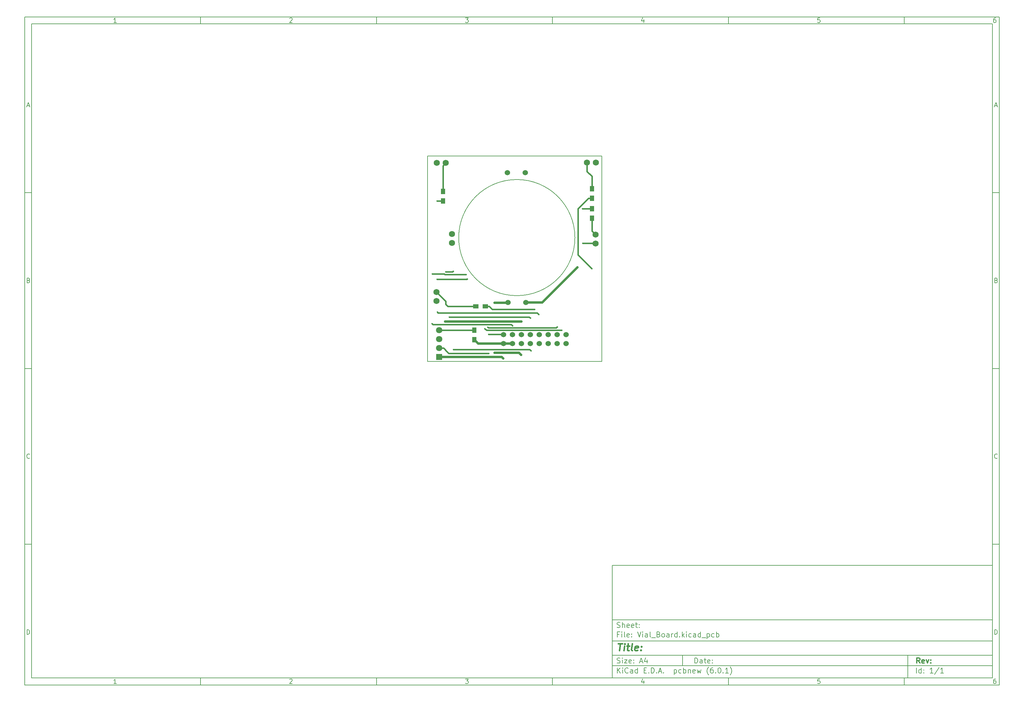
<source format=gbr>
%TF.GenerationSoftware,KiCad,Pcbnew,(6.0.1)*%
%TF.CreationDate,2022-03-10T11:24:42-03:00*%
%TF.ProjectId,Vial_Board,5669616c-5f42-46f6-9172-642e6b696361,rev?*%
%TF.SameCoordinates,Original*%
%TF.FileFunction,Copper,L1,Top*%
%TF.FilePolarity,Positive*%
%FSLAX46Y46*%
G04 Gerber Fmt 4.6, Leading zero omitted, Abs format (unit mm)*
G04 Created by KiCad (PCBNEW (6.0.1)) date 2022-03-10 11:24:42*
%MOMM*%
%LPD*%
G01*
G04 APERTURE LIST*
%ADD10C,0.100000*%
%ADD11C,0.150000*%
%ADD12C,0.300000*%
%ADD13C,0.400000*%
%TA.AperFunction,Profile*%
%ADD14C,0.150000*%
%TD*%
%TA.AperFunction,ComponentPad*%
%ADD15C,1.524000*%
%TD*%
%TA.AperFunction,ComponentPad*%
%ADD16C,1.750000*%
%TD*%
%TA.AperFunction,ComponentPad*%
%ADD17R,1.800000X1.800000*%
%TD*%
%TA.AperFunction,ComponentPad*%
%ADD18C,1.800000*%
%TD*%
%TA.AperFunction,SMDPad,CuDef*%
%ADD19R,1.300000X1.500000*%
%TD*%
%TA.AperFunction,SMDPad,CuDef*%
%ADD20R,1.500000X1.300000*%
%TD*%
%TA.AperFunction,ViaPad*%
%ADD21C,0.406400*%
%TD*%
%TA.AperFunction,ViaPad*%
%ADD22C,0.635000*%
%TD*%
%TA.AperFunction,Conductor*%
%ADD23C,0.381000*%
%TD*%
%TA.AperFunction,Conductor*%
%ADD24C,0.635000*%
%TD*%
G04 APERTURE END LIST*
D10*
D11*
X177002200Y-166007200D02*
X177002200Y-198007200D01*
X285002200Y-198007200D01*
X285002200Y-166007200D01*
X177002200Y-166007200D01*
D10*
D11*
X10000000Y-10000000D02*
X10000000Y-200007200D01*
X287002200Y-200007200D01*
X287002200Y-10000000D01*
X10000000Y-10000000D01*
D10*
D11*
X12000000Y-12000000D02*
X12000000Y-198007200D01*
X285002200Y-198007200D01*
X285002200Y-12000000D01*
X12000000Y-12000000D01*
D10*
D11*
X60000000Y-12000000D02*
X60000000Y-10000000D01*
D10*
D11*
X110000000Y-12000000D02*
X110000000Y-10000000D01*
D10*
D11*
X160000000Y-12000000D02*
X160000000Y-10000000D01*
D10*
D11*
X210000000Y-12000000D02*
X210000000Y-10000000D01*
D10*
D11*
X260000000Y-12000000D02*
X260000000Y-10000000D01*
D10*
D11*
X36065476Y-11588095D02*
X35322619Y-11588095D01*
X35694047Y-11588095D02*
X35694047Y-10288095D01*
X35570238Y-10473809D01*
X35446428Y-10597619D01*
X35322619Y-10659523D01*
D10*
D11*
X85322619Y-10411904D02*
X85384523Y-10350000D01*
X85508333Y-10288095D01*
X85817857Y-10288095D01*
X85941666Y-10350000D01*
X86003571Y-10411904D01*
X86065476Y-10535714D01*
X86065476Y-10659523D01*
X86003571Y-10845238D01*
X85260714Y-11588095D01*
X86065476Y-11588095D01*
D10*
D11*
X135260714Y-10288095D02*
X136065476Y-10288095D01*
X135632142Y-10783333D01*
X135817857Y-10783333D01*
X135941666Y-10845238D01*
X136003571Y-10907142D01*
X136065476Y-11030952D01*
X136065476Y-11340476D01*
X136003571Y-11464285D01*
X135941666Y-11526190D01*
X135817857Y-11588095D01*
X135446428Y-11588095D01*
X135322619Y-11526190D01*
X135260714Y-11464285D01*
D10*
D11*
X185941666Y-10721428D02*
X185941666Y-11588095D01*
X185632142Y-10226190D02*
X185322619Y-11154761D01*
X186127380Y-11154761D01*
D10*
D11*
X236003571Y-10288095D02*
X235384523Y-10288095D01*
X235322619Y-10907142D01*
X235384523Y-10845238D01*
X235508333Y-10783333D01*
X235817857Y-10783333D01*
X235941666Y-10845238D01*
X236003571Y-10907142D01*
X236065476Y-11030952D01*
X236065476Y-11340476D01*
X236003571Y-11464285D01*
X235941666Y-11526190D01*
X235817857Y-11588095D01*
X235508333Y-11588095D01*
X235384523Y-11526190D01*
X235322619Y-11464285D01*
D10*
D11*
X285941666Y-10288095D02*
X285694047Y-10288095D01*
X285570238Y-10350000D01*
X285508333Y-10411904D01*
X285384523Y-10597619D01*
X285322619Y-10845238D01*
X285322619Y-11340476D01*
X285384523Y-11464285D01*
X285446428Y-11526190D01*
X285570238Y-11588095D01*
X285817857Y-11588095D01*
X285941666Y-11526190D01*
X286003571Y-11464285D01*
X286065476Y-11340476D01*
X286065476Y-11030952D01*
X286003571Y-10907142D01*
X285941666Y-10845238D01*
X285817857Y-10783333D01*
X285570238Y-10783333D01*
X285446428Y-10845238D01*
X285384523Y-10907142D01*
X285322619Y-11030952D01*
D10*
D11*
X60000000Y-198007200D02*
X60000000Y-200007200D01*
D10*
D11*
X110000000Y-198007200D02*
X110000000Y-200007200D01*
D10*
D11*
X160000000Y-198007200D02*
X160000000Y-200007200D01*
D10*
D11*
X210000000Y-198007200D02*
X210000000Y-200007200D01*
D10*
D11*
X260000000Y-198007200D02*
X260000000Y-200007200D01*
D10*
D11*
X36065476Y-199595295D02*
X35322619Y-199595295D01*
X35694047Y-199595295D02*
X35694047Y-198295295D01*
X35570238Y-198481009D01*
X35446428Y-198604819D01*
X35322619Y-198666723D01*
D10*
D11*
X85322619Y-198419104D02*
X85384523Y-198357200D01*
X85508333Y-198295295D01*
X85817857Y-198295295D01*
X85941666Y-198357200D01*
X86003571Y-198419104D01*
X86065476Y-198542914D01*
X86065476Y-198666723D01*
X86003571Y-198852438D01*
X85260714Y-199595295D01*
X86065476Y-199595295D01*
D10*
D11*
X135260714Y-198295295D02*
X136065476Y-198295295D01*
X135632142Y-198790533D01*
X135817857Y-198790533D01*
X135941666Y-198852438D01*
X136003571Y-198914342D01*
X136065476Y-199038152D01*
X136065476Y-199347676D01*
X136003571Y-199471485D01*
X135941666Y-199533390D01*
X135817857Y-199595295D01*
X135446428Y-199595295D01*
X135322619Y-199533390D01*
X135260714Y-199471485D01*
D10*
D11*
X185941666Y-198728628D02*
X185941666Y-199595295D01*
X185632142Y-198233390D02*
X185322619Y-199161961D01*
X186127380Y-199161961D01*
D10*
D11*
X236003571Y-198295295D02*
X235384523Y-198295295D01*
X235322619Y-198914342D01*
X235384523Y-198852438D01*
X235508333Y-198790533D01*
X235817857Y-198790533D01*
X235941666Y-198852438D01*
X236003571Y-198914342D01*
X236065476Y-199038152D01*
X236065476Y-199347676D01*
X236003571Y-199471485D01*
X235941666Y-199533390D01*
X235817857Y-199595295D01*
X235508333Y-199595295D01*
X235384523Y-199533390D01*
X235322619Y-199471485D01*
D10*
D11*
X285941666Y-198295295D02*
X285694047Y-198295295D01*
X285570238Y-198357200D01*
X285508333Y-198419104D01*
X285384523Y-198604819D01*
X285322619Y-198852438D01*
X285322619Y-199347676D01*
X285384523Y-199471485D01*
X285446428Y-199533390D01*
X285570238Y-199595295D01*
X285817857Y-199595295D01*
X285941666Y-199533390D01*
X286003571Y-199471485D01*
X286065476Y-199347676D01*
X286065476Y-199038152D01*
X286003571Y-198914342D01*
X285941666Y-198852438D01*
X285817857Y-198790533D01*
X285570238Y-198790533D01*
X285446428Y-198852438D01*
X285384523Y-198914342D01*
X285322619Y-199038152D01*
D10*
D11*
X10000000Y-60000000D02*
X12000000Y-60000000D01*
D10*
D11*
X10000000Y-110000000D02*
X12000000Y-110000000D01*
D10*
D11*
X10000000Y-160000000D02*
X12000000Y-160000000D01*
D10*
D11*
X10690476Y-35216666D02*
X11309523Y-35216666D01*
X10566666Y-35588095D02*
X11000000Y-34288095D01*
X11433333Y-35588095D01*
D10*
D11*
X11092857Y-84907142D02*
X11278571Y-84969047D01*
X11340476Y-85030952D01*
X11402380Y-85154761D01*
X11402380Y-85340476D01*
X11340476Y-85464285D01*
X11278571Y-85526190D01*
X11154761Y-85588095D01*
X10659523Y-85588095D01*
X10659523Y-84288095D01*
X11092857Y-84288095D01*
X11216666Y-84350000D01*
X11278571Y-84411904D01*
X11340476Y-84535714D01*
X11340476Y-84659523D01*
X11278571Y-84783333D01*
X11216666Y-84845238D01*
X11092857Y-84907142D01*
X10659523Y-84907142D01*
D10*
D11*
X11402380Y-135464285D02*
X11340476Y-135526190D01*
X11154761Y-135588095D01*
X11030952Y-135588095D01*
X10845238Y-135526190D01*
X10721428Y-135402380D01*
X10659523Y-135278571D01*
X10597619Y-135030952D01*
X10597619Y-134845238D01*
X10659523Y-134597619D01*
X10721428Y-134473809D01*
X10845238Y-134350000D01*
X11030952Y-134288095D01*
X11154761Y-134288095D01*
X11340476Y-134350000D01*
X11402380Y-134411904D01*
D10*
D11*
X10659523Y-185588095D02*
X10659523Y-184288095D01*
X10969047Y-184288095D01*
X11154761Y-184350000D01*
X11278571Y-184473809D01*
X11340476Y-184597619D01*
X11402380Y-184845238D01*
X11402380Y-185030952D01*
X11340476Y-185278571D01*
X11278571Y-185402380D01*
X11154761Y-185526190D01*
X10969047Y-185588095D01*
X10659523Y-185588095D01*
D10*
D11*
X287002200Y-60000000D02*
X285002200Y-60000000D01*
D10*
D11*
X287002200Y-110000000D02*
X285002200Y-110000000D01*
D10*
D11*
X287002200Y-160000000D02*
X285002200Y-160000000D01*
D10*
D11*
X285692676Y-35216666D02*
X286311723Y-35216666D01*
X285568866Y-35588095D02*
X286002200Y-34288095D01*
X286435533Y-35588095D01*
D10*
D11*
X286095057Y-84907142D02*
X286280771Y-84969047D01*
X286342676Y-85030952D01*
X286404580Y-85154761D01*
X286404580Y-85340476D01*
X286342676Y-85464285D01*
X286280771Y-85526190D01*
X286156961Y-85588095D01*
X285661723Y-85588095D01*
X285661723Y-84288095D01*
X286095057Y-84288095D01*
X286218866Y-84350000D01*
X286280771Y-84411904D01*
X286342676Y-84535714D01*
X286342676Y-84659523D01*
X286280771Y-84783333D01*
X286218866Y-84845238D01*
X286095057Y-84907142D01*
X285661723Y-84907142D01*
D10*
D11*
X286404580Y-135464285D02*
X286342676Y-135526190D01*
X286156961Y-135588095D01*
X286033152Y-135588095D01*
X285847438Y-135526190D01*
X285723628Y-135402380D01*
X285661723Y-135278571D01*
X285599819Y-135030952D01*
X285599819Y-134845238D01*
X285661723Y-134597619D01*
X285723628Y-134473809D01*
X285847438Y-134350000D01*
X286033152Y-134288095D01*
X286156961Y-134288095D01*
X286342676Y-134350000D01*
X286404580Y-134411904D01*
D10*
D11*
X285661723Y-185588095D02*
X285661723Y-184288095D01*
X285971247Y-184288095D01*
X286156961Y-184350000D01*
X286280771Y-184473809D01*
X286342676Y-184597619D01*
X286404580Y-184845238D01*
X286404580Y-185030952D01*
X286342676Y-185278571D01*
X286280771Y-185402380D01*
X286156961Y-185526190D01*
X285971247Y-185588095D01*
X285661723Y-185588095D01*
D10*
D11*
X200434342Y-193785771D02*
X200434342Y-192285771D01*
X200791485Y-192285771D01*
X201005771Y-192357200D01*
X201148628Y-192500057D01*
X201220057Y-192642914D01*
X201291485Y-192928628D01*
X201291485Y-193142914D01*
X201220057Y-193428628D01*
X201148628Y-193571485D01*
X201005771Y-193714342D01*
X200791485Y-193785771D01*
X200434342Y-193785771D01*
X202577200Y-193785771D02*
X202577200Y-193000057D01*
X202505771Y-192857200D01*
X202362914Y-192785771D01*
X202077200Y-192785771D01*
X201934342Y-192857200D01*
X202577200Y-193714342D02*
X202434342Y-193785771D01*
X202077200Y-193785771D01*
X201934342Y-193714342D01*
X201862914Y-193571485D01*
X201862914Y-193428628D01*
X201934342Y-193285771D01*
X202077200Y-193214342D01*
X202434342Y-193214342D01*
X202577200Y-193142914D01*
X203077200Y-192785771D02*
X203648628Y-192785771D01*
X203291485Y-192285771D02*
X203291485Y-193571485D01*
X203362914Y-193714342D01*
X203505771Y-193785771D01*
X203648628Y-193785771D01*
X204720057Y-193714342D02*
X204577200Y-193785771D01*
X204291485Y-193785771D01*
X204148628Y-193714342D01*
X204077200Y-193571485D01*
X204077200Y-193000057D01*
X204148628Y-192857200D01*
X204291485Y-192785771D01*
X204577200Y-192785771D01*
X204720057Y-192857200D01*
X204791485Y-193000057D01*
X204791485Y-193142914D01*
X204077200Y-193285771D01*
X205434342Y-193642914D02*
X205505771Y-193714342D01*
X205434342Y-193785771D01*
X205362914Y-193714342D01*
X205434342Y-193642914D01*
X205434342Y-193785771D01*
X205434342Y-192857200D02*
X205505771Y-192928628D01*
X205434342Y-193000057D01*
X205362914Y-192928628D01*
X205434342Y-192857200D01*
X205434342Y-193000057D01*
D10*
D11*
X177002200Y-194507200D02*
X285002200Y-194507200D01*
D10*
D11*
X178434342Y-196585771D02*
X178434342Y-195085771D01*
X179291485Y-196585771D02*
X178648628Y-195728628D01*
X179291485Y-195085771D02*
X178434342Y-195942914D01*
X179934342Y-196585771D02*
X179934342Y-195585771D01*
X179934342Y-195085771D02*
X179862914Y-195157200D01*
X179934342Y-195228628D01*
X180005771Y-195157200D01*
X179934342Y-195085771D01*
X179934342Y-195228628D01*
X181505771Y-196442914D02*
X181434342Y-196514342D01*
X181220057Y-196585771D01*
X181077200Y-196585771D01*
X180862914Y-196514342D01*
X180720057Y-196371485D01*
X180648628Y-196228628D01*
X180577200Y-195942914D01*
X180577200Y-195728628D01*
X180648628Y-195442914D01*
X180720057Y-195300057D01*
X180862914Y-195157200D01*
X181077200Y-195085771D01*
X181220057Y-195085771D01*
X181434342Y-195157200D01*
X181505771Y-195228628D01*
X182791485Y-196585771D02*
X182791485Y-195800057D01*
X182720057Y-195657200D01*
X182577200Y-195585771D01*
X182291485Y-195585771D01*
X182148628Y-195657200D01*
X182791485Y-196514342D02*
X182648628Y-196585771D01*
X182291485Y-196585771D01*
X182148628Y-196514342D01*
X182077200Y-196371485D01*
X182077200Y-196228628D01*
X182148628Y-196085771D01*
X182291485Y-196014342D01*
X182648628Y-196014342D01*
X182791485Y-195942914D01*
X184148628Y-196585771D02*
X184148628Y-195085771D01*
X184148628Y-196514342D02*
X184005771Y-196585771D01*
X183720057Y-196585771D01*
X183577200Y-196514342D01*
X183505771Y-196442914D01*
X183434342Y-196300057D01*
X183434342Y-195871485D01*
X183505771Y-195728628D01*
X183577200Y-195657200D01*
X183720057Y-195585771D01*
X184005771Y-195585771D01*
X184148628Y-195657200D01*
X186005771Y-195800057D02*
X186505771Y-195800057D01*
X186720057Y-196585771D02*
X186005771Y-196585771D01*
X186005771Y-195085771D01*
X186720057Y-195085771D01*
X187362914Y-196442914D02*
X187434342Y-196514342D01*
X187362914Y-196585771D01*
X187291485Y-196514342D01*
X187362914Y-196442914D01*
X187362914Y-196585771D01*
X188077200Y-196585771D02*
X188077200Y-195085771D01*
X188434342Y-195085771D01*
X188648628Y-195157200D01*
X188791485Y-195300057D01*
X188862914Y-195442914D01*
X188934342Y-195728628D01*
X188934342Y-195942914D01*
X188862914Y-196228628D01*
X188791485Y-196371485D01*
X188648628Y-196514342D01*
X188434342Y-196585771D01*
X188077200Y-196585771D01*
X189577200Y-196442914D02*
X189648628Y-196514342D01*
X189577200Y-196585771D01*
X189505771Y-196514342D01*
X189577200Y-196442914D01*
X189577200Y-196585771D01*
X190220057Y-196157200D02*
X190934342Y-196157200D01*
X190077200Y-196585771D02*
X190577200Y-195085771D01*
X191077200Y-196585771D01*
X191577200Y-196442914D02*
X191648628Y-196514342D01*
X191577200Y-196585771D01*
X191505771Y-196514342D01*
X191577200Y-196442914D01*
X191577200Y-196585771D01*
X194577200Y-195585771D02*
X194577200Y-197085771D01*
X194577200Y-195657200D02*
X194720057Y-195585771D01*
X195005771Y-195585771D01*
X195148628Y-195657200D01*
X195220057Y-195728628D01*
X195291485Y-195871485D01*
X195291485Y-196300057D01*
X195220057Y-196442914D01*
X195148628Y-196514342D01*
X195005771Y-196585771D01*
X194720057Y-196585771D01*
X194577200Y-196514342D01*
X196577200Y-196514342D02*
X196434342Y-196585771D01*
X196148628Y-196585771D01*
X196005771Y-196514342D01*
X195934342Y-196442914D01*
X195862914Y-196300057D01*
X195862914Y-195871485D01*
X195934342Y-195728628D01*
X196005771Y-195657200D01*
X196148628Y-195585771D01*
X196434342Y-195585771D01*
X196577200Y-195657200D01*
X197220057Y-196585771D02*
X197220057Y-195085771D01*
X197220057Y-195657200D02*
X197362914Y-195585771D01*
X197648628Y-195585771D01*
X197791485Y-195657200D01*
X197862914Y-195728628D01*
X197934342Y-195871485D01*
X197934342Y-196300057D01*
X197862914Y-196442914D01*
X197791485Y-196514342D01*
X197648628Y-196585771D01*
X197362914Y-196585771D01*
X197220057Y-196514342D01*
X198577200Y-195585771D02*
X198577200Y-196585771D01*
X198577200Y-195728628D02*
X198648628Y-195657200D01*
X198791485Y-195585771D01*
X199005771Y-195585771D01*
X199148628Y-195657200D01*
X199220057Y-195800057D01*
X199220057Y-196585771D01*
X200505771Y-196514342D02*
X200362914Y-196585771D01*
X200077200Y-196585771D01*
X199934342Y-196514342D01*
X199862914Y-196371485D01*
X199862914Y-195800057D01*
X199934342Y-195657200D01*
X200077200Y-195585771D01*
X200362914Y-195585771D01*
X200505771Y-195657200D01*
X200577200Y-195800057D01*
X200577200Y-195942914D01*
X199862914Y-196085771D01*
X201077200Y-195585771D02*
X201362914Y-196585771D01*
X201648628Y-195871485D01*
X201934342Y-196585771D01*
X202220057Y-195585771D01*
X204362914Y-197157200D02*
X204291485Y-197085771D01*
X204148628Y-196871485D01*
X204077200Y-196728628D01*
X204005771Y-196514342D01*
X203934342Y-196157200D01*
X203934342Y-195871485D01*
X204005771Y-195514342D01*
X204077200Y-195300057D01*
X204148628Y-195157200D01*
X204291485Y-194942914D01*
X204362914Y-194871485D01*
X205577200Y-195085771D02*
X205291485Y-195085771D01*
X205148628Y-195157200D01*
X205077200Y-195228628D01*
X204934342Y-195442914D01*
X204862914Y-195728628D01*
X204862914Y-196300057D01*
X204934342Y-196442914D01*
X205005771Y-196514342D01*
X205148628Y-196585771D01*
X205434342Y-196585771D01*
X205577200Y-196514342D01*
X205648628Y-196442914D01*
X205720057Y-196300057D01*
X205720057Y-195942914D01*
X205648628Y-195800057D01*
X205577200Y-195728628D01*
X205434342Y-195657200D01*
X205148628Y-195657200D01*
X205005771Y-195728628D01*
X204934342Y-195800057D01*
X204862914Y-195942914D01*
X206362914Y-196442914D02*
X206434342Y-196514342D01*
X206362914Y-196585771D01*
X206291485Y-196514342D01*
X206362914Y-196442914D01*
X206362914Y-196585771D01*
X207362914Y-195085771D02*
X207505771Y-195085771D01*
X207648628Y-195157200D01*
X207720057Y-195228628D01*
X207791485Y-195371485D01*
X207862914Y-195657200D01*
X207862914Y-196014342D01*
X207791485Y-196300057D01*
X207720057Y-196442914D01*
X207648628Y-196514342D01*
X207505771Y-196585771D01*
X207362914Y-196585771D01*
X207220057Y-196514342D01*
X207148628Y-196442914D01*
X207077200Y-196300057D01*
X207005771Y-196014342D01*
X207005771Y-195657200D01*
X207077200Y-195371485D01*
X207148628Y-195228628D01*
X207220057Y-195157200D01*
X207362914Y-195085771D01*
X208505771Y-196442914D02*
X208577200Y-196514342D01*
X208505771Y-196585771D01*
X208434342Y-196514342D01*
X208505771Y-196442914D01*
X208505771Y-196585771D01*
X210005771Y-196585771D02*
X209148628Y-196585771D01*
X209577200Y-196585771D02*
X209577200Y-195085771D01*
X209434342Y-195300057D01*
X209291485Y-195442914D01*
X209148628Y-195514342D01*
X210505771Y-197157200D02*
X210577200Y-197085771D01*
X210720057Y-196871485D01*
X210791485Y-196728628D01*
X210862914Y-196514342D01*
X210934342Y-196157200D01*
X210934342Y-195871485D01*
X210862914Y-195514342D01*
X210791485Y-195300057D01*
X210720057Y-195157200D01*
X210577200Y-194942914D01*
X210505771Y-194871485D01*
D10*
D11*
X177002200Y-191507200D02*
X285002200Y-191507200D01*
D10*
D12*
X264411485Y-193785771D02*
X263911485Y-193071485D01*
X263554342Y-193785771D02*
X263554342Y-192285771D01*
X264125771Y-192285771D01*
X264268628Y-192357200D01*
X264340057Y-192428628D01*
X264411485Y-192571485D01*
X264411485Y-192785771D01*
X264340057Y-192928628D01*
X264268628Y-193000057D01*
X264125771Y-193071485D01*
X263554342Y-193071485D01*
X265625771Y-193714342D02*
X265482914Y-193785771D01*
X265197200Y-193785771D01*
X265054342Y-193714342D01*
X264982914Y-193571485D01*
X264982914Y-193000057D01*
X265054342Y-192857200D01*
X265197200Y-192785771D01*
X265482914Y-192785771D01*
X265625771Y-192857200D01*
X265697200Y-193000057D01*
X265697200Y-193142914D01*
X264982914Y-193285771D01*
X266197200Y-192785771D02*
X266554342Y-193785771D01*
X266911485Y-192785771D01*
X267482914Y-193642914D02*
X267554342Y-193714342D01*
X267482914Y-193785771D01*
X267411485Y-193714342D01*
X267482914Y-193642914D01*
X267482914Y-193785771D01*
X267482914Y-192857200D02*
X267554342Y-192928628D01*
X267482914Y-193000057D01*
X267411485Y-192928628D01*
X267482914Y-192857200D01*
X267482914Y-193000057D01*
D10*
D11*
X178362914Y-193714342D02*
X178577200Y-193785771D01*
X178934342Y-193785771D01*
X179077200Y-193714342D01*
X179148628Y-193642914D01*
X179220057Y-193500057D01*
X179220057Y-193357200D01*
X179148628Y-193214342D01*
X179077200Y-193142914D01*
X178934342Y-193071485D01*
X178648628Y-193000057D01*
X178505771Y-192928628D01*
X178434342Y-192857200D01*
X178362914Y-192714342D01*
X178362914Y-192571485D01*
X178434342Y-192428628D01*
X178505771Y-192357200D01*
X178648628Y-192285771D01*
X179005771Y-192285771D01*
X179220057Y-192357200D01*
X179862914Y-193785771D02*
X179862914Y-192785771D01*
X179862914Y-192285771D02*
X179791485Y-192357200D01*
X179862914Y-192428628D01*
X179934342Y-192357200D01*
X179862914Y-192285771D01*
X179862914Y-192428628D01*
X180434342Y-192785771D02*
X181220057Y-192785771D01*
X180434342Y-193785771D01*
X181220057Y-193785771D01*
X182362914Y-193714342D02*
X182220057Y-193785771D01*
X181934342Y-193785771D01*
X181791485Y-193714342D01*
X181720057Y-193571485D01*
X181720057Y-193000057D01*
X181791485Y-192857200D01*
X181934342Y-192785771D01*
X182220057Y-192785771D01*
X182362914Y-192857200D01*
X182434342Y-193000057D01*
X182434342Y-193142914D01*
X181720057Y-193285771D01*
X183077200Y-193642914D02*
X183148628Y-193714342D01*
X183077200Y-193785771D01*
X183005771Y-193714342D01*
X183077200Y-193642914D01*
X183077200Y-193785771D01*
X183077200Y-192857200D02*
X183148628Y-192928628D01*
X183077200Y-193000057D01*
X183005771Y-192928628D01*
X183077200Y-192857200D01*
X183077200Y-193000057D01*
X184862914Y-193357200D02*
X185577200Y-193357200D01*
X184720057Y-193785771D02*
X185220057Y-192285771D01*
X185720057Y-193785771D01*
X186862914Y-192785771D02*
X186862914Y-193785771D01*
X186505771Y-192214342D02*
X186148628Y-193285771D01*
X187077200Y-193285771D01*
D10*
D11*
X263434342Y-196585771D02*
X263434342Y-195085771D01*
X264791485Y-196585771D02*
X264791485Y-195085771D01*
X264791485Y-196514342D02*
X264648628Y-196585771D01*
X264362914Y-196585771D01*
X264220057Y-196514342D01*
X264148628Y-196442914D01*
X264077200Y-196300057D01*
X264077200Y-195871485D01*
X264148628Y-195728628D01*
X264220057Y-195657200D01*
X264362914Y-195585771D01*
X264648628Y-195585771D01*
X264791485Y-195657200D01*
X265505771Y-196442914D02*
X265577200Y-196514342D01*
X265505771Y-196585771D01*
X265434342Y-196514342D01*
X265505771Y-196442914D01*
X265505771Y-196585771D01*
X265505771Y-195657200D02*
X265577200Y-195728628D01*
X265505771Y-195800057D01*
X265434342Y-195728628D01*
X265505771Y-195657200D01*
X265505771Y-195800057D01*
X268148628Y-196585771D02*
X267291485Y-196585771D01*
X267720057Y-196585771D02*
X267720057Y-195085771D01*
X267577200Y-195300057D01*
X267434342Y-195442914D01*
X267291485Y-195514342D01*
X269862914Y-195014342D02*
X268577200Y-196942914D01*
X271148628Y-196585771D02*
X270291485Y-196585771D01*
X270720057Y-196585771D02*
X270720057Y-195085771D01*
X270577200Y-195300057D01*
X270434342Y-195442914D01*
X270291485Y-195514342D01*
D10*
D11*
X177002200Y-187507200D02*
X285002200Y-187507200D01*
D10*
D13*
X178714580Y-188211961D02*
X179857438Y-188211961D01*
X179036009Y-190211961D02*
X179286009Y-188211961D01*
X180274104Y-190211961D02*
X180440771Y-188878628D01*
X180524104Y-188211961D02*
X180416961Y-188307200D01*
X180500295Y-188402438D01*
X180607438Y-188307200D01*
X180524104Y-188211961D01*
X180500295Y-188402438D01*
X181107438Y-188878628D02*
X181869342Y-188878628D01*
X181476485Y-188211961D02*
X181262200Y-189926247D01*
X181333628Y-190116723D01*
X181512200Y-190211961D01*
X181702676Y-190211961D01*
X182655057Y-190211961D02*
X182476485Y-190116723D01*
X182405057Y-189926247D01*
X182619342Y-188211961D01*
X184190771Y-190116723D02*
X183988390Y-190211961D01*
X183607438Y-190211961D01*
X183428866Y-190116723D01*
X183357438Y-189926247D01*
X183452676Y-189164342D01*
X183571723Y-188973866D01*
X183774104Y-188878628D01*
X184155057Y-188878628D01*
X184333628Y-188973866D01*
X184405057Y-189164342D01*
X184381247Y-189354819D01*
X183405057Y-189545295D01*
X185155057Y-190021485D02*
X185238390Y-190116723D01*
X185131247Y-190211961D01*
X185047914Y-190116723D01*
X185155057Y-190021485D01*
X185131247Y-190211961D01*
X185286009Y-188973866D02*
X185369342Y-189069104D01*
X185262200Y-189164342D01*
X185178866Y-189069104D01*
X185286009Y-188973866D01*
X185262200Y-189164342D01*
D10*
D11*
X178934342Y-185600057D02*
X178434342Y-185600057D01*
X178434342Y-186385771D02*
X178434342Y-184885771D01*
X179148628Y-184885771D01*
X179720057Y-186385771D02*
X179720057Y-185385771D01*
X179720057Y-184885771D02*
X179648628Y-184957200D01*
X179720057Y-185028628D01*
X179791485Y-184957200D01*
X179720057Y-184885771D01*
X179720057Y-185028628D01*
X180648628Y-186385771D02*
X180505771Y-186314342D01*
X180434342Y-186171485D01*
X180434342Y-184885771D01*
X181791485Y-186314342D02*
X181648628Y-186385771D01*
X181362914Y-186385771D01*
X181220057Y-186314342D01*
X181148628Y-186171485D01*
X181148628Y-185600057D01*
X181220057Y-185457200D01*
X181362914Y-185385771D01*
X181648628Y-185385771D01*
X181791485Y-185457200D01*
X181862914Y-185600057D01*
X181862914Y-185742914D01*
X181148628Y-185885771D01*
X182505771Y-186242914D02*
X182577200Y-186314342D01*
X182505771Y-186385771D01*
X182434342Y-186314342D01*
X182505771Y-186242914D01*
X182505771Y-186385771D01*
X182505771Y-185457200D02*
X182577200Y-185528628D01*
X182505771Y-185600057D01*
X182434342Y-185528628D01*
X182505771Y-185457200D01*
X182505771Y-185600057D01*
X184148628Y-184885771D02*
X184648628Y-186385771D01*
X185148628Y-184885771D01*
X185648628Y-186385771D02*
X185648628Y-185385771D01*
X185648628Y-184885771D02*
X185577200Y-184957200D01*
X185648628Y-185028628D01*
X185720057Y-184957200D01*
X185648628Y-184885771D01*
X185648628Y-185028628D01*
X187005771Y-186385771D02*
X187005771Y-185600057D01*
X186934342Y-185457200D01*
X186791485Y-185385771D01*
X186505771Y-185385771D01*
X186362914Y-185457200D01*
X187005771Y-186314342D02*
X186862914Y-186385771D01*
X186505771Y-186385771D01*
X186362914Y-186314342D01*
X186291485Y-186171485D01*
X186291485Y-186028628D01*
X186362914Y-185885771D01*
X186505771Y-185814342D01*
X186862914Y-185814342D01*
X187005771Y-185742914D01*
X187934342Y-186385771D02*
X187791485Y-186314342D01*
X187720057Y-186171485D01*
X187720057Y-184885771D01*
X188148628Y-186528628D02*
X189291485Y-186528628D01*
X190148628Y-185600057D02*
X190362914Y-185671485D01*
X190434342Y-185742914D01*
X190505771Y-185885771D01*
X190505771Y-186100057D01*
X190434342Y-186242914D01*
X190362914Y-186314342D01*
X190220057Y-186385771D01*
X189648628Y-186385771D01*
X189648628Y-184885771D01*
X190148628Y-184885771D01*
X190291485Y-184957200D01*
X190362914Y-185028628D01*
X190434342Y-185171485D01*
X190434342Y-185314342D01*
X190362914Y-185457200D01*
X190291485Y-185528628D01*
X190148628Y-185600057D01*
X189648628Y-185600057D01*
X191362914Y-186385771D02*
X191220057Y-186314342D01*
X191148628Y-186242914D01*
X191077200Y-186100057D01*
X191077200Y-185671485D01*
X191148628Y-185528628D01*
X191220057Y-185457200D01*
X191362914Y-185385771D01*
X191577200Y-185385771D01*
X191720057Y-185457200D01*
X191791485Y-185528628D01*
X191862914Y-185671485D01*
X191862914Y-186100057D01*
X191791485Y-186242914D01*
X191720057Y-186314342D01*
X191577200Y-186385771D01*
X191362914Y-186385771D01*
X193148628Y-186385771D02*
X193148628Y-185600057D01*
X193077200Y-185457200D01*
X192934342Y-185385771D01*
X192648628Y-185385771D01*
X192505771Y-185457200D01*
X193148628Y-186314342D02*
X193005771Y-186385771D01*
X192648628Y-186385771D01*
X192505771Y-186314342D01*
X192434342Y-186171485D01*
X192434342Y-186028628D01*
X192505771Y-185885771D01*
X192648628Y-185814342D01*
X193005771Y-185814342D01*
X193148628Y-185742914D01*
X193862914Y-186385771D02*
X193862914Y-185385771D01*
X193862914Y-185671485D02*
X193934342Y-185528628D01*
X194005771Y-185457200D01*
X194148628Y-185385771D01*
X194291485Y-185385771D01*
X195434342Y-186385771D02*
X195434342Y-184885771D01*
X195434342Y-186314342D02*
X195291485Y-186385771D01*
X195005771Y-186385771D01*
X194862914Y-186314342D01*
X194791485Y-186242914D01*
X194720057Y-186100057D01*
X194720057Y-185671485D01*
X194791485Y-185528628D01*
X194862914Y-185457200D01*
X195005771Y-185385771D01*
X195291485Y-185385771D01*
X195434342Y-185457200D01*
X196148628Y-186242914D02*
X196220057Y-186314342D01*
X196148628Y-186385771D01*
X196077200Y-186314342D01*
X196148628Y-186242914D01*
X196148628Y-186385771D01*
X196862914Y-186385771D02*
X196862914Y-184885771D01*
X197005771Y-185814342D02*
X197434342Y-186385771D01*
X197434342Y-185385771D02*
X196862914Y-185957200D01*
X198077200Y-186385771D02*
X198077200Y-185385771D01*
X198077200Y-184885771D02*
X198005771Y-184957200D01*
X198077200Y-185028628D01*
X198148628Y-184957200D01*
X198077200Y-184885771D01*
X198077200Y-185028628D01*
X199434342Y-186314342D02*
X199291485Y-186385771D01*
X199005771Y-186385771D01*
X198862914Y-186314342D01*
X198791485Y-186242914D01*
X198720057Y-186100057D01*
X198720057Y-185671485D01*
X198791485Y-185528628D01*
X198862914Y-185457200D01*
X199005771Y-185385771D01*
X199291485Y-185385771D01*
X199434342Y-185457200D01*
X200720057Y-186385771D02*
X200720057Y-185600057D01*
X200648628Y-185457200D01*
X200505771Y-185385771D01*
X200220057Y-185385771D01*
X200077200Y-185457200D01*
X200720057Y-186314342D02*
X200577200Y-186385771D01*
X200220057Y-186385771D01*
X200077200Y-186314342D01*
X200005771Y-186171485D01*
X200005771Y-186028628D01*
X200077200Y-185885771D01*
X200220057Y-185814342D01*
X200577200Y-185814342D01*
X200720057Y-185742914D01*
X202077200Y-186385771D02*
X202077200Y-184885771D01*
X202077200Y-186314342D02*
X201934342Y-186385771D01*
X201648628Y-186385771D01*
X201505771Y-186314342D01*
X201434342Y-186242914D01*
X201362914Y-186100057D01*
X201362914Y-185671485D01*
X201434342Y-185528628D01*
X201505771Y-185457200D01*
X201648628Y-185385771D01*
X201934342Y-185385771D01*
X202077200Y-185457200D01*
X202434342Y-186528628D02*
X203577200Y-186528628D01*
X203934342Y-185385771D02*
X203934342Y-186885771D01*
X203934342Y-185457200D02*
X204077200Y-185385771D01*
X204362914Y-185385771D01*
X204505771Y-185457200D01*
X204577200Y-185528628D01*
X204648628Y-185671485D01*
X204648628Y-186100057D01*
X204577200Y-186242914D01*
X204505771Y-186314342D01*
X204362914Y-186385771D01*
X204077200Y-186385771D01*
X203934342Y-186314342D01*
X205934342Y-186314342D02*
X205791485Y-186385771D01*
X205505771Y-186385771D01*
X205362914Y-186314342D01*
X205291485Y-186242914D01*
X205220057Y-186100057D01*
X205220057Y-185671485D01*
X205291485Y-185528628D01*
X205362914Y-185457200D01*
X205505771Y-185385771D01*
X205791485Y-185385771D01*
X205934342Y-185457200D01*
X206577200Y-186385771D02*
X206577200Y-184885771D01*
X206577200Y-185457200D02*
X206720057Y-185385771D01*
X207005771Y-185385771D01*
X207148628Y-185457200D01*
X207220057Y-185528628D01*
X207291485Y-185671485D01*
X207291485Y-186100057D01*
X207220057Y-186242914D01*
X207148628Y-186314342D01*
X207005771Y-186385771D01*
X206720057Y-186385771D01*
X206577200Y-186314342D01*
D10*
D11*
X177002200Y-181507200D02*
X285002200Y-181507200D01*
D10*
D11*
X178362914Y-183614342D02*
X178577200Y-183685771D01*
X178934342Y-183685771D01*
X179077200Y-183614342D01*
X179148628Y-183542914D01*
X179220057Y-183400057D01*
X179220057Y-183257200D01*
X179148628Y-183114342D01*
X179077200Y-183042914D01*
X178934342Y-182971485D01*
X178648628Y-182900057D01*
X178505771Y-182828628D01*
X178434342Y-182757200D01*
X178362914Y-182614342D01*
X178362914Y-182471485D01*
X178434342Y-182328628D01*
X178505771Y-182257200D01*
X178648628Y-182185771D01*
X179005771Y-182185771D01*
X179220057Y-182257200D01*
X179862914Y-183685771D02*
X179862914Y-182185771D01*
X180505771Y-183685771D02*
X180505771Y-182900057D01*
X180434342Y-182757200D01*
X180291485Y-182685771D01*
X180077200Y-182685771D01*
X179934342Y-182757200D01*
X179862914Y-182828628D01*
X181791485Y-183614342D02*
X181648628Y-183685771D01*
X181362914Y-183685771D01*
X181220057Y-183614342D01*
X181148628Y-183471485D01*
X181148628Y-182900057D01*
X181220057Y-182757200D01*
X181362914Y-182685771D01*
X181648628Y-182685771D01*
X181791485Y-182757200D01*
X181862914Y-182900057D01*
X181862914Y-183042914D01*
X181148628Y-183185771D01*
X183077200Y-183614342D02*
X182934342Y-183685771D01*
X182648628Y-183685771D01*
X182505771Y-183614342D01*
X182434342Y-183471485D01*
X182434342Y-182900057D01*
X182505771Y-182757200D01*
X182648628Y-182685771D01*
X182934342Y-182685771D01*
X183077200Y-182757200D01*
X183148628Y-182900057D01*
X183148628Y-183042914D01*
X182434342Y-183185771D01*
X183577200Y-182685771D02*
X184148628Y-182685771D01*
X183791485Y-182185771D02*
X183791485Y-183471485D01*
X183862914Y-183614342D01*
X184005771Y-183685771D01*
X184148628Y-183685771D01*
X184648628Y-183542914D02*
X184720057Y-183614342D01*
X184648628Y-183685771D01*
X184577200Y-183614342D01*
X184648628Y-183542914D01*
X184648628Y-183685771D01*
X184648628Y-182757200D02*
X184720057Y-182828628D01*
X184648628Y-182900057D01*
X184577200Y-182828628D01*
X184648628Y-182757200D01*
X184648628Y-182900057D01*
D10*
D12*
D10*
D11*
D10*
D11*
D10*
D11*
D10*
D11*
D10*
D11*
X197002200Y-191507200D02*
X197002200Y-194507200D01*
D10*
D11*
X261002200Y-191507200D02*
X261002200Y-198007200D01*
D14*
X166370000Y-72760840D02*
G75*
G03*
X166370000Y-72760840I-16510000J0D01*
G01*
X124460000Y-107950000D02*
X173990000Y-107950000D01*
X124460000Y-49530000D02*
X173990000Y-49530000D01*
X173990000Y-49530000D02*
X173990000Y-107950000D01*
X124460000Y-49530000D02*
X124460000Y-107950000D01*
D15*
%TO.P,P1,1*%
%TO.N,/SPB+*%
X163830000Y-100330000D03*
%TO.P,P1,3*%
%TO.N,/SPA+*%
X161290000Y-100330000D03*
%TO.P,P1,5*%
%TO.N,/PD+*%
X158750000Y-100330000D03*
%TO.P,P1,7*%
%TO.N,/LED+*%
X156210000Y-100330000D03*
%TO.P,P1,9*%
%TO.N,/TS+*%
X153670000Y-100330000D03*
%TO.P,P1,11*%
%TO.N,/HTR+*%
X151130000Y-100330000D03*
%TO.P,P1,13*%
%TO.N,/FS+*%
X148590000Y-100330000D03*
%TO.P,P1,2*%
%TO.N,/SPB-*%
X163830000Y-102870000D03*
%TO.P,P1,4*%
%TO.N,/SPA-*%
X161290000Y-102870000D03*
%TO.P,P1,6*%
%TO.N,/PD-*%
X158750000Y-102870000D03*
%TO.P,P1,8*%
%TO.N,/LED-*%
X156210000Y-102870000D03*
%TO.P,P1,10*%
%TO.N,/TS-*%
X153670000Y-102870000D03*
%TO.P,P1,12*%
%TO.N,/HTR-*%
X151130000Y-102870000D03*
%TO.P,P1,14*%
%TO.N,/FAN-*%
X148590000Y-102870000D03*
%TO.P,P1,16*%
X146050000Y-102870000D03*
%TO.P,P1,15*%
%TO.N,/FAN+*%
X146050000Y-100330000D03*
%TD*%
%TO.P,R5,1*%
%TO.N,/HTR+*%
X147211438Y-54322650D03*
%TO.P,R5,2*%
%TO.N,Net-(R5-Pad2)*%
X152291438Y-54322650D03*
%TD*%
%TO.P,R6,1*%
%TO.N,Net-(R5-Pad2)*%
X152420676Y-91193620D03*
%TO.P,R6,2*%
%TO.N,/HTR-*%
X147340676Y-91193620D03*
%TD*%
D16*
%TO.P,P9,1*%
%TO.N,/SPA+*%
X127110000Y-51535000D03*
%TO.P,P9,2*%
%TO.N,Net-(P9-Pad2)*%
X129650000Y-51535000D03*
%TD*%
%TO.P,P8,1*%
%TO.N,/SPB+*%
X172350000Y-51420000D03*
%TO.P,P8,2*%
%TO.N,Net-(P8-Pad2)*%
X169810000Y-51420000D03*
%TD*%
%TO.P,P7,1*%
%TO.N,/PD+*%
X172270000Y-74440000D03*
%TO.P,P7,2*%
%TO.N,Net-(P7-Pad2)*%
X172270000Y-71900000D03*
%TD*%
%TO.P,P6,1*%
%TO.N,/LED+*%
X127000000Y-90805000D03*
%TO.P,P6,2*%
%TO.N,Net-(P6-Pad2)*%
X127000000Y-88265000D03*
%TD*%
D17*
%TO.P,P2,1*%
%TO.N,/FAN-*%
X127762000Y-106680000D03*
D18*
%TO.P,P2,2*%
%TO.N,/FAN+*%
X127762000Y-104140000D03*
%TO.P,P2,3*%
%TO.N,/FS+*%
X127762000Y-101600000D03*
%TO.P,P2,4*%
%TO.N,/PWM*%
X127762000Y-99060000D03*
%TD*%
D16*
%TO.P,P5,1*%
%TO.N,/TS+*%
X131445000Y-74295000D03*
%TO.P,P5,2*%
%TO.N,/TS-*%
X131445000Y-71755000D03*
%TD*%
D19*
%TO.P,R2,1*%
%TO.N,/SPB-*%
X171220000Y-61580000D03*
%TO.P,R2,2*%
%TO.N,Net-(P8-Pad2)*%
X171220000Y-58880000D03*
%TD*%
D20*
%TO.P,R1,1*%
%TO.N,/LED-*%
X140920000Y-92330000D03*
%TO.P,R1,2*%
%TO.N,Net-(P6-Pad2)*%
X138220000Y-92330000D03*
%TD*%
D19*
%TO.P,R3,1*%
%TO.N,Net-(P9-Pad2)*%
X128860000Y-59640000D03*
%TO.P,R3,2*%
%TO.N,/SPA-*%
X128860000Y-62340000D03*
%TD*%
%TO.P,R4,1*%
%TO.N,/PWM*%
X137770000Y-99080000D03*
%TO.P,R4,2*%
%TO.N,/FAN-*%
X137770000Y-101780000D03*
%TD*%
%TO.P,R7,1*%
%TO.N,Net-(P7-Pad2)*%
X171250000Y-67230000D03*
%TO.P,R7,2*%
%TO.N,/PD-*%
X171250000Y-64530000D03*
%TD*%
D21*
%TO.N,/SPA+*%
X161300000Y-98170000D03*
X141630000Y-98230000D03*
X135430000Y-83220000D03*
X125840000Y-83060000D03*
%TO.N,/PD+*%
X168610000Y-74370000D03*
%TO.N,/LED+*%
X127260000Y-93940000D03*
X156080000Y-94570000D03*
%TO.N,/TS+*%
X130670000Y-95360000D03*
X153660000Y-95650000D03*
D22*
%TO.N,/HTR+*%
X151120000Y-96640000D03*
X129470000Y-96600000D03*
D21*
%TO.N,/FAN+*%
X141840000Y-100250000D03*
X141880000Y-105710000D03*
%TO.N,/SPA-*%
X162600000Y-99100000D03*
X140780000Y-98640000D03*
X135750000Y-84520000D03*
X127220000Y-84600000D03*
X127220000Y-62360000D03*
%TO.N,/SPB-*%
X171130000Y-81570000D03*
%TO.N,/PD-*%
X168530000Y-64530000D03*
%TO.N,/LED-*%
X154890000Y-93170000D03*
%TO.N,/TS-*%
X153880000Y-104910000D03*
X131840000Y-104550000D03*
X131760000Y-82350000D03*
X129650000Y-82500000D03*
D22*
%TO.N,/HTR-*%
X143570000Y-91270000D03*
X143570000Y-105530000D03*
X151070000Y-106110000D03*
%TO.N,/FAN-*%
X145980000Y-107090000D03*
%TO.N,Net-(R5-Pad2)*%
X167060000Y-81220000D03*
D21*
%TO.N,/FS+*%
X148630000Y-97790000D03*
X125800000Y-97240000D03*
%TD*%
D23*
%TO.N,/SPA+*%
X141630000Y-98230000D02*
X141837701Y-98437701D01*
X141837701Y-98437701D02*
X161032299Y-98437701D01*
X161032299Y-98437701D02*
X161300000Y-98170000D01*
X125840000Y-83060000D02*
X129251402Y-83060000D01*
X129251402Y-83060000D02*
X129411402Y-83220000D01*
X129411402Y-83220000D02*
X135430000Y-83220000D01*
%TO.N,/PD+*%
X168610000Y-74370000D02*
X172200000Y-74370000D01*
X172200000Y-74370000D02*
X172270000Y-74440000D01*
%TO.N,/LED+*%
X142230000Y-94150000D02*
X127470000Y-94150000D01*
X127470000Y-94150000D02*
X127260000Y-93940000D01*
X155660000Y-94150000D02*
X142230000Y-94150000D01*
X156080000Y-94570000D02*
X155660000Y-94150000D01*
%TO.N,/TS+*%
X153660000Y-95650000D02*
X153370000Y-95360000D01*
X153370000Y-95360000D02*
X130670000Y-95360000D01*
D24*
%TO.N,/HTR+*%
X129470000Y-96600000D02*
X151080000Y-96600000D01*
X151080000Y-96600000D02*
X151120000Y-96640000D01*
D23*
%TO.N,/FAN+*%
X141840000Y-100250000D02*
X145970000Y-100250000D01*
X145970000Y-100250000D02*
X146050000Y-100330000D01*
X129564792Y-104784792D02*
X130490000Y-105710000D01*
X130490000Y-105710000D02*
X141880000Y-105710000D01*
X129564792Y-104670000D02*
X129564792Y-104784792D01*
X127762000Y-104140000D02*
X129034792Y-104140000D01*
X129034792Y-104140000D02*
X129564792Y-104670000D01*
%TO.N,/SPA-*%
X141270000Y-99130000D02*
X141300000Y-99100000D01*
X141300000Y-99100000D02*
X145494378Y-99100000D01*
X145494378Y-99100000D02*
X162600000Y-99100000D01*
X140780000Y-98640000D02*
X141270000Y-99130000D01*
X127220000Y-84600000D02*
X135670000Y-84600000D01*
X135670000Y-84600000D02*
X135750000Y-84520000D01*
X128860000Y-62340000D02*
X127240000Y-62340000D01*
X127240000Y-62340000D02*
X127220000Y-62360000D01*
%TO.N,/SPB-*%
X167230000Y-64539000D02*
X167230000Y-77670000D01*
X167230000Y-77670000D02*
X171130000Y-81570000D01*
X171220000Y-61580000D02*
X170189000Y-61580000D01*
X170189000Y-61580000D02*
X167230000Y-64539000D01*
%TO.N,/PD-*%
X171250000Y-64530000D02*
X168530000Y-64530000D01*
%TO.N,/LED-*%
X140920000Y-92330000D02*
X142051000Y-92330000D01*
X142051000Y-92330000D02*
X142891000Y-93170000D01*
X142891000Y-93170000D02*
X154890000Y-93170000D01*
%TO.N,/TS-*%
X131840000Y-104550000D02*
X153520000Y-104550000D01*
X153520000Y-104550000D02*
X153880000Y-104910000D01*
X129650000Y-82500000D02*
X131610000Y-82500000D01*
X131610000Y-82500000D02*
X131760000Y-82350000D01*
D24*
%TO.N,/HTR-*%
X143570000Y-91270000D02*
X147264296Y-91270000D01*
X147264296Y-91270000D02*
X147340676Y-91193620D01*
X151070000Y-106110000D02*
X150490000Y-105530000D01*
X150490000Y-105530000D02*
X143570000Y-105530000D01*
%TO.N,/FAN-*%
X145980000Y-107090000D02*
X145570000Y-106680000D01*
X145570000Y-106680000D02*
X127762000Y-106680000D01*
X146050000Y-102870000D02*
X138860000Y-102870000D01*
X138860000Y-102870000D02*
X137770000Y-101780000D01*
X148590000Y-102870000D02*
X146050000Y-102870000D01*
%TO.N,Net-(R5-Pad2)*%
X152420676Y-91193620D02*
X157086380Y-91193620D01*
X157086380Y-91193620D02*
X167060000Y-81220000D01*
D23*
%TO.N,/FS+*%
X125800000Y-97240000D02*
X126003199Y-97443199D01*
X126003199Y-97443199D02*
X148283199Y-97443199D01*
X148283199Y-97443199D02*
X148630000Y-97790000D01*
%TO.N,/PWM*%
X137770000Y-99080000D02*
X127782000Y-99080000D01*
X127782000Y-99080000D02*
X127762000Y-99060000D01*
%TO.N,Net-(P7-Pad2)*%
X172270000Y-71900000D02*
X171250000Y-70880000D01*
X171250000Y-70880000D02*
X171250000Y-67230000D01*
%TO.N,Net-(P9-Pad2)*%
X128860000Y-59640000D02*
X128860000Y-52325000D01*
X128860000Y-52325000D02*
X129650000Y-51535000D01*
%TO.N,Net-(P6-Pad2)*%
X129640000Y-91700000D02*
X130270000Y-92330000D01*
X130270000Y-92330000D02*
X138220000Y-92330000D01*
X129640000Y-90905000D02*
X129640000Y-91700000D01*
X127000000Y-88265000D02*
X129640000Y-90905000D01*
%TO.N,Net-(P8-Pad2)*%
X169810000Y-53940000D02*
X171220000Y-55350000D01*
X171220000Y-55350000D02*
X171220000Y-58880000D01*
X169810000Y-51420000D02*
X169810000Y-53940000D01*
%TD*%
M02*

</source>
